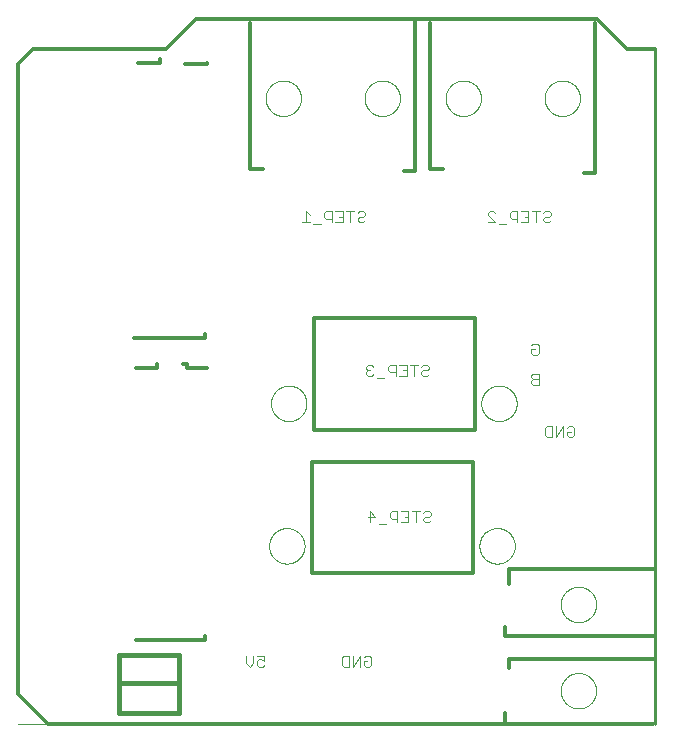
<source format=gbo>
G75*
%MOIN*%
%OFA0B0*%
%FSLAX25Y25*%
%IPPOS*%
%LPD*%
%AMOC8*
5,1,8,0,0,1.08239X$1,22.5*
%
%ADD10C,0.00000*%
%ADD11C,0.01000*%
%ADD12C,0.01600*%
%ADD13C,0.01200*%
%ADD14C,0.00300*%
D10*
X0005000Y0005000D02*
X0015000Y0005000D01*
X0208701Y0005000D01*
X0185959Y0016250D02*
X0185961Y0016403D01*
X0185967Y0016557D01*
X0185977Y0016710D01*
X0185991Y0016862D01*
X0186009Y0017015D01*
X0186031Y0017166D01*
X0186056Y0017317D01*
X0186086Y0017468D01*
X0186120Y0017618D01*
X0186157Y0017766D01*
X0186198Y0017914D01*
X0186243Y0018060D01*
X0186292Y0018206D01*
X0186345Y0018350D01*
X0186401Y0018492D01*
X0186461Y0018633D01*
X0186525Y0018773D01*
X0186592Y0018911D01*
X0186663Y0019047D01*
X0186738Y0019181D01*
X0186815Y0019313D01*
X0186897Y0019443D01*
X0186981Y0019571D01*
X0187069Y0019697D01*
X0187160Y0019820D01*
X0187254Y0019941D01*
X0187352Y0020059D01*
X0187452Y0020175D01*
X0187556Y0020288D01*
X0187662Y0020399D01*
X0187771Y0020507D01*
X0187883Y0020612D01*
X0187997Y0020713D01*
X0188115Y0020812D01*
X0188234Y0020908D01*
X0188356Y0021001D01*
X0188481Y0021090D01*
X0188608Y0021177D01*
X0188737Y0021259D01*
X0188868Y0021339D01*
X0189001Y0021415D01*
X0189136Y0021488D01*
X0189273Y0021557D01*
X0189412Y0021622D01*
X0189552Y0021684D01*
X0189694Y0021742D01*
X0189837Y0021797D01*
X0189982Y0021848D01*
X0190128Y0021895D01*
X0190275Y0021938D01*
X0190423Y0021977D01*
X0190572Y0022013D01*
X0190722Y0022044D01*
X0190873Y0022072D01*
X0191024Y0022096D01*
X0191177Y0022116D01*
X0191329Y0022132D01*
X0191482Y0022144D01*
X0191635Y0022152D01*
X0191788Y0022156D01*
X0191942Y0022156D01*
X0192095Y0022152D01*
X0192248Y0022144D01*
X0192401Y0022132D01*
X0192553Y0022116D01*
X0192706Y0022096D01*
X0192857Y0022072D01*
X0193008Y0022044D01*
X0193158Y0022013D01*
X0193307Y0021977D01*
X0193455Y0021938D01*
X0193602Y0021895D01*
X0193748Y0021848D01*
X0193893Y0021797D01*
X0194036Y0021742D01*
X0194178Y0021684D01*
X0194318Y0021622D01*
X0194457Y0021557D01*
X0194594Y0021488D01*
X0194729Y0021415D01*
X0194862Y0021339D01*
X0194993Y0021259D01*
X0195122Y0021177D01*
X0195249Y0021090D01*
X0195374Y0021001D01*
X0195496Y0020908D01*
X0195615Y0020812D01*
X0195733Y0020713D01*
X0195847Y0020612D01*
X0195959Y0020507D01*
X0196068Y0020399D01*
X0196174Y0020288D01*
X0196278Y0020175D01*
X0196378Y0020059D01*
X0196476Y0019941D01*
X0196570Y0019820D01*
X0196661Y0019697D01*
X0196749Y0019571D01*
X0196833Y0019443D01*
X0196915Y0019313D01*
X0196992Y0019181D01*
X0197067Y0019047D01*
X0197138Y0018911D01*
X0197205Y0018773D01*
X0197269Y0018633D01*
X0197329Y0018492D01*
X0197385Y0018350D01*
X0197438Y0018206D01*
X0197487Y0018060D01*
X0197532Y0017914D01*
X0197573Y0017766D01*
X0197610Y0017618D01*
X0197644Y0017468D01*
X0197674Y0017317D01*
X0197699Y0017166D01*
X0197721Y0017015D01*
X0197739Y0016862D01*
X0197753Y0016710D01*
X0197763Y0016557D01*
X0197769Y0016403D01*
X0197771Y0016250D01*
X0197769Y0016097D01*
X0197763Y0015943D01*
X0197753Y0015790D01*
X0197739Y0015638D01*
X0197721Y0015485D01*
X0197699Y0015334D01*
X0197674Y0015183D01*
X0197644Y0015032D01*
X0197610Y0014882D01*
X0197573Y0014734D01*
X0197532Y0014586D01*
X0197487Y0014440D01*
X0197438Y0014294D01*
X0197385Y0014150D01*
X0197329Y0014008D01*
X0197269Y0013867D01*
X0197205Y0013727D01*
X0197138Y0013589D01*
X0197067Y0013453D01*
X0196992Y0013319D01*
X0196915Y0013187D01*
X0196833Y0013057D01*
X0196749Y0012929D01*
X0196661Y0012803D01*
X0196570Y0012680D01*
X0196476Y0012559D01*
X0196378Y0012441D01*
X0196278Y0012325D01*
X0196174Y0012212D01*
X0196068Y0012101D01*
X0195959Y0011993D01*
X0195847Y0011888D01*
X0195733Y0011787D01*
X0195615Y0011688D01*
X0195496Y0011592D01*
X0195374Y0011499D01*
X0195249Y0011410D01*
X0195122Y0011323D01*
X0194993Y0011241D01*
X0194862Y0011161D01*
X0194729Y0011085D01*
X0194594Y0011012D01*
X0194457Y0010943D01*
X0194318Y0010878D01*
X0194178Y0010816D01*
X0194036Y0010758D01*
X0193893Y0010703D01*
X0193748Y0010652D01*
X0193602Y0010605D01*
X0193455Y0010562D01*
X0193307Y0010523D01*
X0193158Y0010487D01*
X0193008Y0010456D01*
X0192857Y0010428D01*
X0192706Y0010404D01*
X0192553Y0010384D01*
X0192401Y0010368D01*
X0192248Y0010356D01*
X0192095Y0010348D01*
X0191942Y0010344D01*
X0191788Y0010344D01*
X0191635Y0010348D01*
X0191482Y0010356D01*
X0191329Y0010368D01*
X0191177Y0010384D01*
X0191024Y0010404D01*
X0190873Y0010428D01*
X0190722Y0010456D01*
X0190572Y0010487D01*
X0190423Y0010523D01*
X0190275Y0010562D01*
X0190128Y0010605D01*
X0189982Y0010652D01*
X0189837Y0010703D01*
X0189694Y0010758D01*
X0189552Y0010816D01*
X0189412Y0010878D01*
X0189273Y0010943D01*
X0189136Y0011012D01*
X0189001Y0011085D01*
X0188868Y0011161D01*
X0188737Y0011241D01*
X0188608Y0011323D01*
X0188481Y0011410D01*
X0188356Y0011499D01*
X0188234Y0011592D01*
X0188115Y0011688D01*
X0187997Y0011787D01*
X0187883Y0011888D01*
X0187771Y0011993D01*
X0187662Y0012101D01*
X0187556Y0012212D01*
X0187452Y0012325D01*
X0187352Y0012441D01*
X0187254Y0012559D01*
X0187160Y0012680D01*
X0187069Y0012803D01*
X0186981Y0012929D01*
X0186897Y0013057D01*
X0186815Y0013187D01*
X0186738Y0013319D01*
X0186663Y0013453D01*
X0186592Y0013589D01*
X0186525Y0013727D01*
X0186461Y0013867D01*
X0186401Y0014008D01*
X0186345Y0014150D01*
X0186292Y0014294D01*
X0186243Y0014440D01*
X0186198Y0014586D01*
X0186157Y0014734D01*
X0186120Y0014882D01*
X0186086Y0015032D01*
X0186056Y0015183D01*
X0186031Y0015334D01*
X0186009Y0015485D01*
X0185991Y0015638D01*
X0185977Y0015790D01*
X0185967Y0015943D01*
X0185961Y0016097D01*
X0185959Y0016250D01*
X0185959Y0045000D02*
X0185961Y0045153D01*
X0185967Y0045307D01*
X0185977Y0045460D01*
X0185991Y0045612D01*
X0186009Y0045765D01*
X0186031Y0045916D01*
X0186056Y0046067D01*
X0186086Y0046218D01*
X0186120Y0046368D01*
X0186157Y0046516D01*
X0186198Y0046664D01*
X0186243Y0046810D01*
X0186292Y0046956D01*
X0186345Y0047100D01*
X0186401Y0047242D01*
X0186461Y0047383D01*
X0186525Y0047523D01*
X0186592Y0047661D01*
X0186663Y0047797D01*
X0186738Y0047931D01*
X0186815Y0048063D01*
X0186897Y0048193D01*
X0186981Y0048321D01*
X0187069Y0048447D01*
X0187160Y0048570D01*
X0187254Y0048691D01*
X0187352Y0048809D01*
X0187452Y0048925D01*
X0187556Y0049038D01*
X0187662Y0049149D01*
X0187771Y0049257D01*
X0187883Y0049362D01*
X0187997Y0049463D01*
X0188115Y0049562D01*
X0188234Y0049658D01*
X0188356Y0049751D01*
X0188481Y0049840D01*
X0188608Y0049927D01*
X0188737Y0050009D01*
X0188868Y0050089D01*
X0189001Y0050165D01*
X0189136Y0050238D01*
X0189273Y0050307D01*
X0189412Y0050372D01*
X0189552Y0050434D01*
X0189694Y0050492D01*
X0189837Y0050547D01*
X0189982Y0050598D01*
X0190128Y0050645D01*
X0190275Y0050688D01*
X0190423Y0050727D01*
X0190572Y0050763D01*
X0190722Y0050794D01*
X0190873Y0050822D01*
X0191024Y0050846D01*
X0191177Y0050866D01*
X0191329Y0050882D01*
X0191482Y0050894D01*
X0191635Y0050902D01*
X0191788Y0050906D01*
X0191942Y0050906D01*
X0192095Y0050902D01*
X0192248Y0050894D01*
X0192401Y0050882D01*
X0192553Y0050866D01*
X0192706Y0050846D01*
X0192857Y0050822D01*
X0193008Y0050794D01*
X0193158Y0050763D01*
X0193307Y0050727D01*
X0193455Y0050688D01*
X0193602Y0050645D01*
X0193748Y0050598D01*
X0193893Y0050547D01*
X0194036Y0050492D01*
X0194178Y0050434D01*
X0194318Y0050372D01*
X0194457Y0050307D01*
X0194594Y0050238D01*
X0194729Y0050165D01*
X0194862Y0050089D01*
X0194993Y0050009D01*
X0195122Y0049927D01*
X0195249Y0049840D01*
X0195374Y0049751D01*
X0195496Y0049658D01*
X0195615Y0049562D01*
X0195733Y0049463D01*
X0195847Y0049362D01*
X0195959Y0049257D01*
X0196068Y0049149D01*
X0196174Y0049038D01*
X0196278Y0048925D01*
X0196378Y0048809D01*
X0196476Y0048691D01*
X0196570Y0048570D01*
X0196661Y0048447D01*
X0196749Y0048321D01*
X0196833Y0048193D01*
X0196915Y0048063D01*
X0196992Y0047931D01*
X0197067Y0047797D01*
X0197138Y0047661D01*
X0197205Y0047523D01*
X0197269Y0047383D01*
X0197329Y0047242D01*
X0197385Y0047100D01*
X0197438Y0046956D01*
X0197487Y0046810D01*
X0197532Y0046664D01*
X0197573Y0046516D01*
X0197610Y0046368D01*
X0197644Y0046218D01*
X0197674Y0046067D01*
X0197699Y0045916D01*
X0197721Y0045765D01*
X0197739Y0045612D01*
X0197753Y0045460D01*
X0197763Y0045307D01*
X0197769Y0045153D01*
X0197771Y0045000D01*
X0197769Y0044847D01*
X0197763Y0044693D01*
X0197753Y0044540D01*
X0197739Y0044388D01*
X0197721Y0044235D01*
X0197699Y0044084D01*
X0197674Y0043933D01*
X0197644Y0043782D01*
X0197610Y0043632D01*
X0197573Y0043484D01*
X0197532Y0043336D01*
X0197487Y0043190D01*
X0197438Y0043044D01*
X0197385Y0042900D01*
X0197329Y0042758D01*
X0197269Y0042617D01*
X0197205Y0042477D01*
X0197138Y0042339D01*
X0197067Y0042203D01*
X0196992Y0042069D01*
X0196915Y0041937D01*
X0196833Y0041807D01*
X0196749Y0041679D01*
X0196661Y0041553D01*
X0196570Y0041430D01*
X0196476Y0041309D01*
X0196378Y0041191D01*
X0196278Y0041075D01*
X0196174Y0040962D01*
X0196068Y0040851D01*
X0195959Y0040743D01*
X0195847Y0040638D01*
X0195733Y0040537D01*
X0195615Y0040438D01*
X0195496Y0040342D01*
X0195374Y0040249D01*
X0195249Y0040160D01*
X0195122Y0040073D01*
X0194993Y0039991D01*
X0194862Y0039911D01*
X0194729Y0039835D01*
X0194594Y0039762D01*
X0194457Y0039693D01*
X0194318Y0039628D01*
X0194178Y0039566D01*
X0194036Y0039508D01*
X0193893Y0039453D01*
X0193748Y0039402D01*
X0193602Y0039355D01*
X0193455Y0039312D01*
X0193307Y0039273D01*
X0193158Y0039237D01*
X0193008Y0039206D01*
X0192857Y0039178D01*
X0192706Y0039154D01*
X0192553Y0039134D01*
X0192401Y0039118D01*
X0192248Y0039106D01*
X0192095Y0039098D01*
X0191942Y0039094D01*
X0191788Y0039094D01*
X0191635Y0039098D01*
X0191482Y0039106D01*
X0191329Y0039118D01*
X0191177Y0039134D01*
X0191024Y0039154D01*
X0190873Y0039178D01*
X0190722Y0039206D01*
X0190572Y0039237D01*
X0190423Y0039273D01*
X0190275Y0039312D01*
X0190128Y0039355D01*
X0189982Y0039402D01*
X0189837Y0039453D01*
X0189694Y0039508D01*
X0189552Y0039566D01*
X0189412Y0039628D01*
X0189273Y0039693D01*
X0189136Y0039762D01*
X0189001Y0039835D01*
X0188868Y0039911D01*
X0188737Y0039991D01*
X0188608Y0040073D01*
X0188481Y0040160D01*
X0188356Y0040249D01*
X0188234Y0040342D01*
X0188115Y0040438D01*
X0187997Y0040537D01*
X0187883Y0040638D01*
X0187771Y0040743D01*
X0187662Y0040851D01*
X0187556Y0040962D01*
X0187452Y0041075D01*
X0187352Y0041191D01*
X0187254Y0041309D01*
X0187160Y0041430D01*
X0187069Y0041553D01*
X0186981Y0041679D01*
X0186897Y0041807D01*
X0186815Y0041937D01*
X0186738Y0042069D01*
X0186663Y0042203D01*
X0186592Y0042339D01*
X0186525Y0042477D01*
X0186461Y0042617D01*
X0186401Y0042758D01*
X0186345Y0042900D01*
X0186292Y0043044D01*
X0186243Y0043190D01*
X0186198Y0043336D01*
X0186157Y0043484D01*
X0186120Y0043632D01*
X0186086Y0043782D01*
X0186056Y0043933D01*
X0186031Y0044084D01*
X0186009Y0044235D01*
X0185991Y0044388D01*
X0185977Y0044540D01*
X0185967Y0044693D01*
X0185961Y0044847D01*
X0185959Y0045000D01*
X0158848Y0064532D02*
X0158850Y0064685D01*
X0158856Y0064839D01*
X0158866Y0064992D01*
X0158880Y0065144D01*
X0158898Y0065297D01*
X0158920Y0065448D01*
X0158945Y0065599D01*
X0158975Y0065750D01*
X0159009Y0065900D01*
X0159046Y0066048D01*
X0159087Y0066196D01*
X0159132Y0066342D01*
X0159181Y0066488D01*
X0159234Y0066632D01*
X0159290Y0066774D01*
X0159350Y0066915D01*
X0159414Y0067055D01*
X0159481Y0067193D01*
X0159552Y0067329D01*
X0159627Y0067463D01*
X0159704Y0067595D01*
X0159786Y0067725D01*
X0159870Y0067853D01*
X0159958Y0067979D01*
X0160049Y0068102D01*
X0160143Y0068223D01*
X0160241Y0068341D01*
X0160341Y0068457D01*
X0160445Y0068570D01*
X0160551Y0068681D01*
X0160660Y0068789D01*
X0160772Y0068894D01*
X0160886Y0068995D01*
X0161004Y0069094D01*
X0161123Y0069190D01*
X0161245Y0069283D01*
X0161370Y0069372D01*
X0161497Y0069459D01*
X0161626Y0069541D01*
X0161757Y0069621D01*
X0161890Y0069697D01*
X0162025Y0069770D01*
X0162162Y0069839D01*
X0162301Y0069904D01*
X0162441Y0069966D01*
X0162583Y0070024D01*
X0162726Y0070079D01*
X0162871Y0070130D01*
X0163017Y0070177D01*
X0163164Y0070220D01*
X0163312Y0070259D01*
X0163461Y0070295D01*
X0163611Y0070326D01*
X0163762Y0070354D01*
X0163913Y0070378D01*
X0164066Y0070398D01*
X0164218Y0070414D01*
X0164371Y0070426D01*
X0164524Y0070434D01*
X0164677Y0070438D01*
X0164831Y0070438D01*
X0164984Y0070434D01*
X0165137Y0070426D01*
X0165290Y0070414D01*
X0165442Y0070398D01*
X0165595Y0070378D01*
X0165746Y0070354D01*
X0165897Y0070326D01*
X0166047Y0070295D01*
X0166196Y0070259D01*
X0166344Y0070220D01*
X0166491Y0070177D01*
X0166637Y0070130D01*
X0166782Y0070079D01*
X0166925Y0070024D01*
X0167067Y0069966D01*
X0167207Y0069904D01*
X0167346Y0069839D01*
X0167483Y0069770D01*
X0167618Y0069697D01*
X0167751Y0069621D01*
X0167882Y0069541D01*
X0168011Y0069459D01*
X0168138Y0069372D01*
X0168263Y0069283D01*
X0168385Y0069190D01*
X0168504Y0069094D01*
X0168622Y0068995D01*
X0168736Y0068894D01*
X0168848Y0068789D01*
X0168957Y0068681D01*
X0169063Y0068570D01*
X0169167Y0068457D01*
X0169267Y0068341D01*
X0169365Y0068223D01*
X0169459Y0068102D01*
X0169550Y0067979D01*
X0169638Y0067853D01*
X0169722Y0067725D01*
X0169804Y0067595D01*
X0169881Y0067463D01*
X0169956Y0067329D01*
X0170027Y0067193D01*
X0170094Y0067055D01*
X0170158Y0066915D01*
X0170218Y0066774D01*
X0170274Y0066632D01*
X0170327Y0066488D01*
X0170376Y0066342D01*
X0170421Y0066196D01*
X0170462Y0066048D01*
X0170499Y0065900D01*
X0170533Y0065750D01*
X0170563Y0065599D01*
X0170588Y0065448D01*
X0170610Y0065297D01*
X0170628Y0065144D01*
X0170642Y0064992D01*
X0170652Y0064839D01*
X0170658Y0064685D01*
X0170660Y0064532D01*
X0170658Y0064379D01*
X0170652Y0064225D01*
X0170642Y0064072D01*
X0170628Y0063920D01*
X0170610Y0063767D01*
X0170588Y0063616D01*
X0170563Y0063465D01*
X0170533Y0063314D01*
X0170499Y0063164D01*
X0170462Y0063016D01*
X0170421Y0062868D01*
X0170376Y0062722D01*
X0170327Y0062576D01*
X0170274Y0062432D01*
X0170218Y0062290D01*
X0170158Y0062149D01*
X0170094Y0062009D01*
X0170027Y0061871D01*
X0169956Y0061735D01*
X0169881Y0061601D01*
X0169804Y0061469D01*
X0169722Y0061339D01*
X0169638Y0061211D01*
X0169550Y0061085D01*
X0169459Y0060962D01*
X0169365Y0060841D01*
X0169267Y0060723D01*
X0169167Y0060607D01*
X0169063Y0060494D01*
X0168957Y0060383D01*
X0168848Y0060275D01*
X0168736Y0060170D01*
X0168622Y0060069D01*
X0168504Y0059970D01*
X0168385Y0059874D01*
X0168263Y0059781D01*
X0168138Y0059692D01*
X0168011Y0059605D01*
X0167882Y0059523D01*
X0167751Y0059443D01*
X0167618Y0059367D01*
X0167483Y0059294D01*
X0167346Y0059225D01*
X0167207Y0059160D01*
X0167067Y0059098D01*
X0166925Y0059040D01*
X0166782Y0058985D01*
X0166637Y0058934D01*
X0166491Y0058887D01*
X0166344Y0058844D01*
X0166196Y0058805D01*
X0166047Y0058769D01*
X0165897Y0058738D01*
X0165746Y0058710D01*
X0165595Y0058686D01*
X0165442Y0058666D01*
X0165290Y0058650D01*
X0165137Y0058638D01*
X0164984Y0058630D01*
X0164831Y0058626D01*
X0164677Y0058626D01*
X0164524Y0058630D01*
X0164371Y0058638D01*
X0164218Y0058650D01*
X0164066Y0058666D01*
X0163913Y0058686D01*
X0163762Y0058710D01*
X0163611Y0058738D01*
X0163461Y0058769D01*
X0163312Y0058805D01*
X0163164Y0058844D01*
X0163017Y0058887D01*
X0162871Y0058934D01*
X0162726Y0058985D01*
X0162583Y0059040D01*
X0162441Y0059098D01*
X0162301Y0059160D01*
X0162162Y0059225D01*
X0162025Y0059294D01*
X0161890Y0059367D01*
X0161757Y0059443D01*
X0161626Y0059523D01*
X0161497Y0059605D01*
X0161370Y0059692D01*
X0161245Y0059781D01*
X0161123Y0059874D01*
X0161004Y0059970D01*
X0160886Y0060069D01*
X0160772Y0060170D01*
X0160660Y0060275D01*
X0160551Y0060383D01*
X0160445Y0060494D01*
X0160341Y0060607D01*
X0160241Y0060723D01*
X0160143Y0060841D01*
X0160049Y0060962D01*
X0159958Y0061085D01*
X0159870Y0061211D01*
X0159786Y0061339D01*
X0159704Y0061469D01*
X0159627Y0061601D01*
X0159552Y0061735D01*
X0159481Y0061871D01*
X0159414Y0062009D01*
X0159350Y0062149D01*
X0159290Y0062290D01*
X0159234Y0062432D01*
X0159181Y0062576D01*
X0159132Y0062722D01*
X0159087Y0062868D01*
X0159046Y0063016D01*
X0159009Y0063164D01*
X0158975Y0063314D01*
X0158945Y0063465D01*
X0158920Y0063616D01*
X0158898Y0063767D01*
X0158880Y0063920D01*
X0158866Y0064072D01*
X0158856Y0064225D01*
X0158850Y0064379D01*
X0158848Y0064532D01*
X0159473Y0112032D02*
X0159475Y0112185D01*
X0159481Y0112339D01*
X0159491Y0112492D01*
X0159505Y0112644D01*
X0159523Y0112797D01*
X0159545Y0112948D01*
X0159570Y0113099D01*
X0159600Y0113250D01*
X0159634Y0113400D01*
X0159671Y0113548D01*
X0159712Y0113696D01*
X0159757Y0113842D01*
X0159806Y0113988D01*
X0159859Y0114132D01*
X0159915Y0114274D01*
X0159975Y0114415D01*
X0160039Y0114555D01*
X0160106Y0114693D01*
X0160177Y0114829D01*
X0160252Y0114963D01*
X0160329Y0115095D01*
X0160411Y0115225D01*
X0160495Y0115353D01*
X0160583Y0115479D01*
X0160674Y0115602D01*
X0160768Y0115723D01*
X0160866Y0115841D01*
X0160966Y0115957D01*
X0161070Y0116070D01*
X0161176Y0116181D01*
X0161285Y0116289D01*
X0161397Y0116394D01*
X0161511Y0116495D01*
X0161629Y0116594D01*
X0161748Y0116690D01*
X0161870Y0116783D01*
X0161995Y0116872D01*
X0162122Y0116959D01*
X0162251Y0117041D01*
X0162382Y0117121D01*
X0162515Y0117197D01*
X0162650Y0117270D01*
X0162787Y0117339D01*
X0162926Y0117404D01*
X0163066Y0117466D01*
X0163208Y0117524D01*
X0163351Y0117579D01*
X0163496Y0117630D01*
X0163642Y0117677D01*
X0163789Y0117720D01*
X0163937Y0117759D01*
X0164086Y0117795D01*
X0164236Y0117826D01*
X0164387Y0117854D01*
X0164538Y0117878D01*
X0164691Y0117898D01*
X0164843Y0117914D01*
X0164996Y0117926D01*
X0165149Y0117934D01*
X0165302Y0117938D01*
X0165456Y0117938D01*
X0165609Y0117934D01*
X0165762Y0117926D01*
X0165915Y0117914D01*
X0166067Y0117898D01*
X0166220Y0117878D01*
X0166371Y0117854D01*
X0166522Y0117826D01*
X0166672Y0117795D01*
X0166821Y0117759D01*
X0166969Y0117720D01*
X0167116Y0117677D01*
X0167262Y0117630D01*
X0167407Y0117579D01*
X0167550Y0117524D01*
X0167692Y0117466D01*
X0167832Y0117404D01*
X0167971Y0117339D01*
X0168108Y0117270D01*
X0168243Y0117197D01*
X0168376Y0117121D01*
X0168507Y0117041D01*
X0168636Y0116959D01*
X0168763Y0116872D01*
X0168888Y0116783D01*
X0169010Y0116690D01*
X0169129Y0116594D01*
X0169247Y0116495D01*
X0169361Y0116394D01*
X0169473Y0116289D01*
X0169582Y0116181D01*
X0169688Y0116070D01*
X0169792Y0115957D01*
X0169892Y0115841D01*
X0169990Y0115723D01*
X0170084Y0115602D01*
X0170175Y0115479D01*
X0170263Y0115353D01*
X0170347Y0115225D01*
X0170429Y0115095D01*
X0170506Y0114963D01*
X0170581Y0114829D01*
X0170652Y0114693D01*
X0170719Y0114555D01*
X0170783Y0114415D01*
X0170843Y0114274D01*
X0170899Y0114132D01*
X0170952Y0113988D01*
X0171001Y0113842D01*
X0171046Y0113696D01*
X0171087Y0113548D01*
X0171124Y0113400D01*
X0171158Y0113250D01*
X0171188Y0113099D01*
X0171213Y0112948D01*
X0171235Y0112797D01*
X0171253Y0112644D01*
X0171267Y0112492D01*
X0171277Y0112339D01*
X0171283Y0112185D01*
X0171285Y0112032D01*
X0171283Y0111879D01*
X0171277Y0111725D01*
X0171267Y0111572D01*
X0171253Y0111420D01*
X0171235Y0111267D01*
X0171213Y0111116D01*
X0171188Y0110965D01*
X0171158Y0110814D01*
X0171124Y0110664D01*
X0171087Y0110516D01*
X0171046Y0110368D01*
X0171001Y0110222D01*
X0170952Y0110076D01*
X0170899Y0109932D01*
X0170843Y0109790D01*
X0170783Y0109649D01*
X0170719Y0109509D01*
X0170652Y0109371D01*
X0170581Y0109235D01*
X0170506Y0109101D01*
X0170429Y0108969D01*
X0170347Y0108839D01*
X0170263Y0108711D01*
X0170175Y0108585D01*
X0170084Y0108462D01*
X0169990Y0108341D01*
X0169892Y0108223D01*
X0169792Y0108107D01*
X0169688Y0107994D01*
X0169582Y0107883D01*
X0169473Y0107775D01*
X0169361Y0107670D01*
X0169247Y0107569D01*
X0169129Y0107470D01*
X0169010Y0107374D01*
X0168888Y0107281D01*
X0168763Y0107192D01*
X0168636Y0107105D01*
X0168507Y0107023D01*
X0168376Y0106943D01*
X0168243Y0106867D01*
X0168108Y0106794D01*
X0167971Y0106725D01*
X0167832Y0106660D01*
X0167692Y0106598D01*
X0167550Y0106540D01*
X0167407Y0106485D01*
X0167262Y0106434D01*
X0167116Y0106387D01*
X0166969Y0106344D01*
X0166821Y0106305D01*
X0166672Y0106269D01*
X0166522Y0106238D01*
X0166371Y0106210D01*
X0166220Y0106186D01*
X0166067Y0106166D01*
X0165915Y0106150D01*
X0165762Y0106138D01*
X0165609Y0106130D01*
X0165456Y0106126D01*
X0165302Y0106126D01*
X0165149Y0106130D01*
X0164996Y0106138D01*
X0164843Y0106150D01*
X0164691Y0106166D01*
X0164538Y0106186D01*
X0164387Y0106210D01*
X0164236Y0106238D01*
X0164086Y0106269D01*
X0163937Y0106305D01*
X0163789Y0106344D01*
X0163642Y0106387D01*
X0163496Y0106434D01*
X0163351Y0106485D01*
X0163208Y0106540D01*
X0163066Y0106598D01*
X0162926Y0106660D01*
X0162787Y0106725D01*
X0162650Y0106794D01*
X0162515Y0106867D01*
X0162382Y0106943D01*
X0162251Y0107023D01*
X0162122Y0107105D01*
X0161995Y0107192D01*
X0161870Y0107281D01*
X0161748Y0107374D01*
X0161629Y0107470D01*
X0161511Y0107569D01*
X0161397Y0107670D01*
X0161285Y0107775D01*
X0161176Y0107883D01*
X0161070Y0107994D01*
X0160966Y0108107D01*
X0160866Y0108223D01*
X0160768Y0108341D01*
X0160674Y0108462D01*
X0160583Y0108585D01*
X0160495Y0108711D01*
X0160411Y0108839D01*
X0160329Y0108969D01*
X0160252Y0109101D01*
X0160177Y0109235D01*
X0160106Y0109371D01*
X0160039Y0109509D01*
X0159975Y0109649D01*
X0159915Y0109790D01*
X0159859Y0109932D01*
X0159806Y0110076D01*
X0159757Y0110222D01*
X0159712Y0110368D01*
X0159671Y0110516D01*
X0159634Y0110664D01*
X0159600Y0110814D01*
X0159570Y0110965D01*
X0159545Y0111116D01*
X0159523Y0111267D01*
X0159505Y0111420D01*
X0159491Y0111572D01*
X0159481Y0111725D01*
X0159475Y0111879D01*
X0159473Y0112032D01*
X0089394Y0112032D02*
X0089396Y0112185D01*
X0089402Y0112339D01*
X0089412Y0112492D01*
X0089426Y0112644D01*
X0089444Y0112797D01*
X0089466Y0112948D01*
X0089491Y0113099D01*
X0089521Y0113250D01*
X0089555Y0113400D01*
X0089592Y0113548D01*
X0089633Y0113696D01*
X0089678Y0113842D01*
X0089727Y0113988D01*
X0089780Y0114132D01*
X0089836Y0114274D01*
X0089896Y0114415D01*
X0089960Y0114555D01*
X0090027Y0114693D01*
X0090098Y0114829D01*
X0090173Y0114963D01*
X0090250Y0115095D01*
X0090332Y0115225D01*
X0090416Y0115353D01*
X0090504Y0115479D01*
X0090595Y0115602D01*
X0090689Y0115723D01*
X0090787Y0115841D01*
X0090887Y0115957D01*
X0090991Y0116070D01*
X0091097Y0116181D01*
X0091206Y0116289D01*
X0091318Y0116394D01*
X0091432Y0116495D01*
X0091550Y0116594D01*
X0091669Y0116690D01*
X0091791Y0116783D01*
X0091916Y0116872D01*
X0092043Y0116959D01*
X0092172Y0117041D01*
X0092303Y0117121D01*
X0092436Y0117197D01*
X0092571Y0117270D01*
X0092708Y0117339D01*
X0092847Y0117404D01*
X0092987Y0117466D01*
X0093129Y0117524D01*
X0093272Y0117579D01*
X0093417Y0117630D01*
X0093563Y0117677D01*
X0093710Y0117720D01*
X0093858Y0117759D01*
X0094007Y0117795D01*
X0094157Y0117826D01*
X0094308Y0117854D01*
X0094459Y0117878D01*
X0094612Y0117898D01*
X0094764Y0117914D01*
X0094917Y0117926D01*
X0095070Y0117934D01*
X0095223Y0117938D01*
X0095377Y0117938D01*
X0095530Y0117934D01*
X0095683Y0117926D01*
X0095836Y0117914D01*
X0095988Y0117898D01*
X0096141Y0117878D01*
X0096292Y0117854D01*
X0096443Y0117826D01*
X0096593Y0117795D01*
X0096742Y0117759D01*
X0096890Y0117720D01*
X0097037Y0117677D01*
X0097183Y0117630D01*
X0097328Y0117579D01*
X0097471Y0117524D01*
X0097613Y0117466D01*
X0097753Y0117404D01*
X0097892Y0117339D01*
X0098029Y0117270D01*
X0098164Y0117197D01*
X0098297Y0117121D01*
X0098428Y0117041D01*
X0098557Y0116959D01*
X0098684Y0116872D01*
X0098809Y0116783D01*
X0098931Y0116690D01*
X0099050Y0116594D01*
X0099168Y0116495D01*
X0099282Y0116394D01*
X0099394Y0116289D01*
X0099503Y0116181D01*
X0099609Y0116070D01*
X0099713Y0115957D01*
X0099813Y0115841D01*
X0099911Y0115723D01*
X0100005Y0115602D01*
X0100096Y0115479D01*
X0100184Y0115353D01*
X0100268Y0115225D01*
X0100350Y0115095D01*
X0100427Y0114963D01*
X0100502Y0114829D01*
X0100573Y0114693D01*
X0100640Y0114555D01*
X0100704Y0114415D01*
X0100764Y0114274D01*
X0100820Y0114132D01*
X0100873Y0113988D01*
X0100922Y0113842D01*
X0100967Y0113696D01*
X0101008Y0113548D01*
X0101045Y0113400D01*
X0101079Y0113250D01*
X0101109Y0113099D01*
X0101134Y0112948D01*
X0101156Y0112797D01*
X0101174Y0112644D01*
X0101188Y0112492D01*
X0101198Y0112339D01*
X0101204Y0112185D01*
X0101206Y0112032D01*
X0101204Y0111879D01*
X0101198Y0111725D01*
X0101188Y0111572D01*
X0101174Y0111420D01*
X0101156Y0111267D01*
X0101134Y0111116D01*
X0101109Y0110965D01*
X0101079Y0110814D01*
X0101045Y0110664D01*
X0101008Y0110516D01*
X0100967Y0110368D01*
X0100922Y0110222D01*
X0100873Y0110076D01*
X0100820Y0109932D01*
X0100764Y0109790D01*
X0100704Y0109649D01*
X0100640Y0109509D01*
X0100573Y0109371D01*
X0100502Y0109235D01*
X0100427Y0109101D01*
X0100350Y0108969D01*
X0100268Y0108839D01*
X0100184Y0108711D01*
X0100096Y0108585D01*
X0100005Y0108462D01*
X0099911Y0108341D01*
X0099813Y0108223D01*
X0099713Y0108107D01*
X0099609Y0107994D01*
X0099503Y0107883D01*
X0099394Y0107775D01*
X0099282Y0107670D01*
X0099168Y0107569D01*
X0099050Y0107470D01*
X0098931Y0107374D01*
X0098809Y0107281D01*
X0098684Y0107192D01*
X0098557Y0107105D01*
X0098428Y0107023D01*
X0098297Y0106943D01*
X0098164Y0106867D01*
X0098029Y0106794D01*
X0097892Y0106725D01*
X0097753Y0106660D01*
X0097613Y0106598D01*
X0097471Y0106540D01*
X0097328Y0106485D01*
X0097183Y0106434D01*
X0097037Y0106387D01*
X0096890Y0106344D01*
X0096742Y0106305D01*
X0096593Y0106269D01*
X0096443Y0106238D01*
X0096292Y0106210D01*
X0096141Y0106186D01*
X0095988Y0106166D01*
X0095836Y0106150D01*
X0095683Y0106138D01*
X0095530Y0106130D01*
X0095377Y0106126D01*
X0095223Y0106126D01*
X0095070Y0106130D01*
X0094917Y0106138D01*
X0094764Y0106150D01*
X0094612Y0106166D01*
X0094459Y0106186D01*
X0094308Y0106210D01*
X0094157Y0106238D01*
X0094007Y0106269D01*
X0093858Y0106305D01*
X0093710Y0106344D01*
X0093563Y0106387D01*
X0093417Y0106434D01*
X0093272Y0106485D01*
X0093129Y0106540D01*
X0092987Y0106598D01*
X0092847Y0106660D01*
X0092708Y0106725D01*
X0092571Y0106794D01*
X0092436Y0106867D01*
X0092303Y0106943D01*
X0092172Y0107023D01*
X0092043Y0107105D01*
X0091916Y0107192D01*
X0091791Y0107281D01*
X0091669Y0107374D01*
X0091550Y0107470D01*
X0091432Y0107569D01*
X0091318Y0107670D01*
X0091206Y0107775D01*
X0091097Y0107883D01*
X0090991Y0107994D01*
X0090887Y0108107D01*
X0090787Y0108223D01*
X0090689Y0108341D01*
X0090595Y0108462D01*
X0090504Y0108585D01*
X0090416Y0108711D01*
X0090332Y0108839D01*
X0090250Y0108969D01*
X0090173Y0109101D01*
X0090098Y0109235D01*
X0090027Y0109371D01*
X0089960Y0109509D01*
X0089896Y0109649D01*
X0089836Y0109790D01*
X0089780Y0109932D01*
X0089727Y0110076D01*
X0089678Y0110222D01*
X0089633Y0110368D01*
X0089592Y0110516D01*
X0089555Y0110664D01*
X0089521Y0110814D01*
X0089491Y0110965D01*
X0089466Y0111116D01*
X0089444Y0111267D01*
X0089426Y0111420D01*
X0089412Y0111572D01*
X0089402Y0111725D01*
X0089396Y0111879D01*
X0089394Y0112032D01*
X0088769Y0064532D02*
X0088771Y0064685D01*
X0088777Y0064839D01*
X0088787Y0064992D01*
X0088801Y0065144D01*
X0088819Y0065297D01*
X0088841Y0065448D01*
X0088866Y0065599D01*
X0088896Y0065750D01*
X0088930Y0065900D01*
X0088967Y0066048D01*
X0089008Y0066196D01*
X0089053Y0066342D01*
X0089102Y0066488D01*
X0089155Y0066632D01*
X0089211Y0066774D01*
X0089271Y0066915D01*
X0089335Y0067055D01*
X0089402Y0067193D01*
X0089473Y0067329D01*
X0089548Y0067463D01*
X0089625Y0067595D01*
X0089707Y0067725D01*
X0089791Y0067853D01*
X0089879Y0067979D01*
X0089970Y0068102D01*
X0090064Y0068223D01*
X0090162Y0068341D01*
X0090262Y0068457D01*
X0090366Y0068570D01*
X0090472Y0068681D01*
X0090581Y0068789D01*
X0090693Y0068894D01*
X0090807Y0068995D01*
X0090925Y0069094D01*
X0091044Y0069190D01*
X0091166Y0069283D01*
X0091291Y0069372D01*
X0091418Y0069459D01*
X0091547Y0069541D01*
X0091678Y0069621D01*
X0091811Y0069697D01*
X0091946Y0069770D01*
X0092083Y0069839D01*
X0092222Y0069904D01*
X0092362Y0069966D01*
X0092504Y0070024D01*
X0092647Y0070079D01*
X0092792Y0070130D01*
X0092938Y0070177D01*
X0093085Y0070220D01*
X0093233Y0070259D01*
X0093382Y0070295D01*
X0093532Y0070326D01*
X0093683Y0070354D01*
X0093834Y0070378D01*
X0093987Y0070398D01*
X0094139Y0070414D01*
X0094292Y0070426D01*
X0094445Y0070434D01*
X0094598Y0070438D01*
X0094752Y0070438D01*
X0094905Y0070434D01*
X0095058Y0070426D01*
X0095211Y0070414D01*
X0095363Y0070398D01*
X0095516Y0070378D01*
X0095667Y0070354D01*
X0095818Y0070326D01*
X0095968Y0070295D01*
X0096117Y0070259D01*
X0096265Y0070220D01*
X0096412Y0070177D01*
X0096558Y0070130D01*
X0096703Y0070079D01*
X0096846Y0070024D01*
X0096988Y0069966D01*
X0097128Y0069904D01*
X0097267Y0069839D01*
X0097404Y0069770D01*
X0097539Y0069697D01*
X0097672Y0069621D01*
X0097803Y0069541D01*
X0097932Y0069459D01*
X0098059Y0069372D01*
X0098184Y0069283D01*
X0098306Y0069190D01*
X0098425Y0069094D01*
X0098543Y0068995D01*
X0098657Y0068894D01*
X0098769Y0068789D01*
X0098878Y0068681D01*
X0098984Y0068570D01*
X0099088Y0068457D01*
X0099188Y0068341D01*
X0099286Y0068223D01*
X0099380Y0068102D01*
X0099471Y0067979D01*
X0099559Y0067853D01*
X0099643Y0067725D01*
X0099725Y0067595D01*
X0099802Y0067463D01*
X0099877Y0067329D01*
X0099948Y0067193D01*
X0100015Y0067055D01*
X0100079Y0066915D01*
X0100139Y0066774D01*
X0100195Y0066632D01*
X0100248Y0066488D01*
X0100297Y0066342D01*
X0100342Y0066196D01*
X0100383Y0066048D01*
X0100420Y0065900D01*
X0100454Y0065750D01*
X0100484Y0065599D01*
X0100509Y0065448D01*
X0100531Y0065297D01*
X0100549Y0065144D01*
X0100563Y0064992D01*
X0100573Y0064839D01*
X0100579Y0064685D01*
X0100581Y0064532D01*
X0100579Y0064379D01*
X0100573Y0064225D01*
X0100563Y0064072D01*
X0100549Y0063920D01*
X0100531Y0063767D01*
X0100509Y0063616D01*
X0100484Y0063465D01*
X0100454Y0063314D01*
X0100420Y0063164D01*
X0100383Y0063016D01*
X0100342Y0062868D01*
X0100297Y0062722D01*
X0100248Y0062576D01*
X0100195Y0062432D01*
X0100139Y0062290D01*
X0100079Y0062149D01*
X0100015Y0062009D01*
X0099948Y0061871D01*
X0099877Y0061735D01*
X0099802Y0061601D01*
X0099725Y0061469D01*
X0099643Y0061339D01*
X0099559Y0061211D01*
X0099471Y0061085D01*
X0099380Y0060962D01*
X0099286Y0060841D01*
X0099188Y0060723D01*
X0099088Y0060607D01*
X0098984Y0060494D01*
X0098878Y0060383D01*
X0098769Y0060275D01*
X0098657Y0060170D01*
X0098543Y0060069D01*
X0098425Y0059970D01*
X0098306Y0059874D01*
X0098184Y0059781D01*
X0098059Y0059692D01*
X0097932Y0059605D01*
X0097803Y0059523D01*
X0097672Y0059443D01*
X0097539Y0059367D01*
X0097404Y0059294D01*
X0097267Y0059225D01*
X0097128Y0059160D01*
X0096988Y0059098D01*
X0096846Y0059040D01*
X0096703Y0058985D01*
X0096558Y0058934D01*
X0096412Y0058887D01*
X0096265Y0058844D01*
X0096117Y0058805D01*
X0095968Y0058769D01*
X0095818Y0058738D01*
X0095667Y0058710D01*
X0095516Y0058686D01*
X0095363Y0058666D01*
X0095211Y0058650D01*
X0095058Y0058638D01*
X0094905Y0058630D01*
X0094752Y0058626D01*
X0094598Y0058626D01*
X0094445Y0058630D01*
X0094292Y0058638D01*
X0094139Y0058650D01*
X0093987Y0058666D01*
X0093834Y0058686D01*
X0093683Y0058710D01*
X0093532Y0058738D01*
X0093382Y0058769D01*
X0093233Y0058805D01*
X0093085Y0058844D01*
X0092938Y0058887D01*
X0092792Y0058934D01*
X0092647Y0058985D01*
X0092504Y0059040D01*
X0092362Y0059098D01*
X0092222Y0059160D01*
X0092083Y0059225D01*
X0091946Y0059294D01*
X0091811Y0059367D01*
X0091678Y0059443D01*
X0091547Y0059523D01*
X0091418Y0059605D01*
X0091291Y0059692D01*
X0091166Y0059781D01*
X0091044Y0059874D01*
X0090925Y0059970D01*
X0090807Y0060069D01*
X0090693Y0060170D01*
X0090581Y0060275D01*
X0090472Y0060383D01*
X0090366Y0060494D01*
X0090262Y0060607D01*
X0090162Y0060723D01*
X0090064Y0060841D01*
X0089970Y0060962D01*
X0089879Y0061085D01*
X0089791Y0061211D01*
X0089707Y0061339D01*
X0089625Y0061469D01*
X0089548Y0061601D01*
X0089473Y0061735D01*
X0089402Y0061871D01*
X0089335Y0062009D01*
X0089271Y0062149D01*
X0089211Y0062290D01*
X0089155Y0062432D01*
X0089102Y0062576D01*
X0089053Y0062722D01*
X0089008Y0062868D01*
X0088967Y0063016D01*
X0088930Y0063164D01*
X0088896Y0063314D01*
X0088866Y0063465D01*
X0088841Y0063616D01*
X0088819Y0063767D01*
X0088801Y0063920D01*
X0088787Y0064072D01*
X0088777Y0064225D01*
X0088771Y0064379D01*
X0088769Y0064532D01*
X0087594Y0213740D02*
X0087596Y0213893D01*
X0087602Y0214047D01*
X0087612Y0214200D01*
X0087626Y0214352D01*
X0087644Y0214505D01*
X0087666Y0214656D01*
X0087691Y0214807D01*
X0087721Y0214958D01*
X0087755Y0215108D01*
X0087792Y0215256D01*
X0087833Y0215404D01*
X0087878Y0215550D01*
X0087927Y0215696D01*
X0087980Y0215840D01*
X0088036Y0215982D01*
X0088096Y0216123D01*
X0088160Y0216263D01*
X0088227Y0216401D01*
X0088298Y0216537D01*
X0088373Y0216671D01*
X0088450Y0216803D01*
X0088532Y0216933D01*
X0088616Y0217061D01*
X0088704Y0217187D01*
X0088795Y0217310D01*
X0088889Y0217431D01*
X0088987Y0217549D01*
X0089087Y0217665D01*
X0089191Y0217778D01*
X0089297Y0217889D01*
X0089406Y0217997D01*
X0089518Y0218102D01*
X0089632Y0218203D01*
X0089750Y0218302D01*
X0089869Y0218398D01*
X0089991Y0218491D01*
X0090116Y0218580D01*
X0090243Y0218667D01*
X0090372Y0218749D01*
X0090503Y0218829D01*
X0090636Y0218905D01*
X0090771Y0218978D01*
X0090908Y0219047D01*
X0091047Y0219112D01*
X0091187Y0219174D01*
X0091329Y0219232D01*
X0091472Y0219287D01*
X0091617Y0219338D01*
X0091763Y0219385D01*
X0091910Y0219428D01*
X0092058Y0219467D01*
X0092207Y0219503D01*
X0092357Y0219534D01*
X0092508Y0219562D01*
X0092659Y0219586D01*
X0092812Y0219606D01*
X0092964Y0219622D01*
X0093117Y0219634D01*
X0093270Y0219642D01*
X0093423Y0219646D01*
X0093577Y0219646D01*
X0093730Y0219642D01*
X0093883Y0219634D01*
X0094036Y0219622D01*
X0094188Y0219606D01*
X0094341Y0219586D01*
X0094492Y0219562D01*
X0094643Y0219534D01*
X0094793Y0219503D01*
X0094942Y0219467D01*
X0095090Y0219428D01*
X0095237Y0219385D01*
X0095383Y0219338D01*
X0095528Y0219287D01*
X0095671Y0219232D01*
X0095813Y0219174D01*
X0095953Y0219112D01*
X0096092Y0219047D01*
X0096229Y0218978D01*
X0096364Y0218905D01*
X0096497Y0218829D01*
X0096628Y0218749D01*
X0096757Y0218667D01*
X0096884Y0218580D01*
X0097009Y0218491D01*
X0097131Y0218398D01*
X0097250Y0218302D01*
X0097368Y0218203D01*
X0097482Y0218102D01*
X0097594Y0217997D01*
X0097703Y0217889D01*
X0097809Y0217778D01*
X0097913Y0217665D01*
X0098013Y0217549D01*
X0098111Y0217431D01*
X0098205Y0217310D01*
X0098296Y0217187D01*
X0098384Y0217061D01*
X0098468Y0216933D01*
X0098550Y0216803D01*
X0098627Y0216671D01*
X0098702Y0216537D01*
X0098773Y0216401D01*
X0098840Y0216263D01*
X0098904Y0216123D01*
X0098964Y0215982D01*
X0099020Y0215840D01*
X0099073Y0215696D01*
X0099122Y0215550D01*
X0099167Y0215404D01*
X0099208Y0215256D01*
X0099245Y0215108D01*
X0099279Y0214958D01*
X0099309Y0214807D01*
X0099334Y0214656D01*
X0099356Y0214505D01*
X0099374Y0214352D01*
X0099388Y0214200D01*
X0099398Y0214047D01*
X0099404Y0213893D01*
X0099406Y0213740D01*
X0099404Y0213587D01*
X0099398Y0213433D01*
X0099388Y0213280D01*
X0099374Y0213128D01*
X0099356Y0212975D01*
X0099334Y0212824D01*
X0099309Y0212673D01*
X0099279Y0212522D01*
X0099245Y0212372D01*
X0099208Y0212224D01*
X0099167Y0212076D01*
X0099122Y0211930D01*
X0099073Y0211784D01*
X0099020Y0211640D01*
X0098964Y0211498D01*
X0098904Y0211357D01*
X0098840Y0211217D01*
X0098773Y0211079D01*
X0098702Y0210943D01*
X0098627Y0210809D01*
X0098550Y0210677D01*
X0098468Y0210547D01*
X0098384Y0210419D01*
X0098296Y0210293D01*
X0098205Y0210170D01*
X0098111Y0210049D01*
X0098013Y0209931D01*
X0097913Y0209815D01*
X0097809Y0209702D01*
X0097703Y0209591D01*
X0097594Y0209483D01*
X0097482Y0209378D01*
X0097368Y0209277D01*
X0097250Y0209178D01*
X0097131Y0209082D01*
X0097009Y0208989D01*
X0096884Y0208900D01*
X0096757Y0208813D01*
X0096628Y0208731D01*
X0096497Y0208651D01*
X0096364Y0208575D01*
X0096229Y0208502D01*
X0096092Y0208433D01*
X0095953Y0208368D01*
X0095813Y0208306D01*
X0095671Y0208248D01*
X0095528Y0208193D01*
X0095383Y0208142D01*
X0095237Y0208095D01*
X0095090Y0208052D01*
X0094942Y0208013D01*
X0094793Y0207977D01*
X0094643Y0207946D01*
X0094492Y0207918D01*
X0094341Y0207894D01*
X0094188Y0207874D01*
X0094036Y0207858D01*
X0093883Y0207846D01*
X0093730Y0207838D01*
X0093577Y0207834D01*
X0093423Y0207834D01*
X0093270Y0207838D01*
X0093117Y0207846D01*
X0092964Y0207858D01*
X0092812Y0207874D01*
X0092659Y0207894D01*
X0092508Y0207918D01*
X0092357Y0207946D01*
X0092207Y0207977D01*
X0092058Y0208013D01*
X0091910Y0208052D01*
X0091763Y0208095D01*
X0091617Y0208142D01*
X0091472Y0208193D01*
X0091329Y0208248D01*
X0091187Y0208306D01*
X0091047Y0208368D01*
X0090908Y0208433D01*
X0090771Y0208502D01*
X0090636Y0208575D01*
X0090503Y0208651D01*
X0090372Y0208731D01*
X0090243Y0208813D01*
X0090116Y0208900D01*
X0089991Y0208989D01*
X0089869Y0209082D01*
X0089750Y0209178D01*
X0089632Y0209277D01*
X0089518Y0209378D01*
X0089406Y0209483D01*
X0089297Y0209591D01*
X0089191Y0209702D01*
X0089087Y0209815D01*
X0088987Y0209931D01*
X0088889Y0210049D01*
X0088795Y0210170D01*
X0088704Y0210293D01*
X0088616Y0210419D01*
X0088532Y0210547D01*
X0088450Y0210677D01*
X0088373Y0210809D01*
X0088298Y0210943D01*
X0088227Y0211079D01*
X0088160Y0211217D01*
X0088096Y0211357D01*
X0088036Y0211498D01*
X0087980Y0211640D01*
X0087927Y0211784D01*
X0087878Y0211930D01*
X0087833Y0212076D01*
X0087792Y0212224D01*
X0087755Y0212372D01*
X0087721Y0212522D01*
X0087691Y0212673D01*
X0087666Y0212824D01*
X0087644Y0212975D01*
X0087626Y0213128D01*
X0087612Y0213280D01*
X0087602Y0213433D01*
X0087596Y0213587D01*
X0087594Y0213740D01*
X0120594Y0213740D02*
X0120596Y0213893D01*
X0120602Y0214047D01*
X0120612Y0214200D01*
X0120626Y0214352D01*
X0120644Y0214505D01*
X0120666Y0214656D01*
X0120691Y0214807D01*
X0120721Y0214958D01*
X0120755Y0215108D01*
X0120792Y0215256D01*
X0120833Y0215404D01*
X0120878Y0215550D01*
X0120927Y0215696D01*
X0120980Y0215840D01*
X0121036Y0215982D01*
X0121096Y0216123D01*
X0121160Y0216263D01*
X0121227Y0216401D01*
X0121298Y0216537D01*
X0121373Y0216671D01*
X0121450Y0216803D01*
X0121532Y0216933D01*
X0121616Y0217061D01*
X0121704Y0217187D01*
X0121795Y0217310D01*
X0121889Y0217431D01*
X0121987Y0217549D01*
X0122087Y0217665D01*
X0122191Y0217778D01*
X0122297Y0217889D01*
X0122406Y0217997D01*
X0122518Y0218102D01*
X0122632Y0218203D01*
X0122750Y0218302D01*
X0122869Y0218398D01*
X0122991Y0218491D01*
X0123116Y0218580D01*
X0123243Y0218667D01*
X0123372Y0218749D01*
X0123503Y0218829D01*
X0123636Y0218905D01*
X0123771Y0218978D01*
X0123908Y0219047D01*
X0124047Y0219112D01*
X0124187Y0219174D01*
X0124329Y0219232D01*
X0124472Y0219287D01*
X0124617Y0219338D01*
X0124763Y0219385D01*
X0124910Y0219428D01*
X0125058Y0219467D01*
X0125207Y0219503D01*
X0125357Y0219534D01*
X0125508Y0219562D01*
X0125659Y0219586D01*
X0125812Y0219606D01*
X0125964Y0219622D01*
X0126117Y0219634D01*
X0126270Y0219642D01*
X0126423Y0219646D01*
X0126577Y0219646D01*
X0126730Y0219642D01*
X0126883Y0219634D01*
X0127036Y0219622D01*
X0127188Y0219606D01*
X0127341Y0219586D01*
X0127492Y0219562D01*
X0127643Y0219534D01*
X0127793Y0219503D01*
X0127942Y0219467D01*
X0128090Y0219428D01*
X0128237Y0219385D01*
X0128383Y0219338D01*
X0128528Y0219287D01*
X0128671Y0219232D01*
X0128813Y0219174D01*
X0128953Y0219112D01*
X0129092Y0219047D01*
X0129229Y0218978D01*
X0129364Y0218905D01*
X0129497Y0218829D01*
X0129628Y0218749D01*
X0129757Y0218667D01*
X0129884Y0218580D01*
X0130009Y0218491D01*
X0130131Y0218398D01*
X0130250Y0218302D01*
X0130368Y0218203D01*
X0130482Y0218102D01*
X0130594Y0217997D01*
X0130703Y0217889D01*
X0130809Y0217778D01*
X0130913Y0217665D01*
X0131013Y0217549D01*
X0131111Y0217431D01*
X0131205Y0217310D01*
X0131296Y0217187D01*
X0131384Y0217061D01*
X0131468Y0216933D01*
X0131550Y0216803D01*
X0131627Y0216671D01*
X0131702Y0216537D01*
X0131773Y0216401D01*
X0131840Y0216263D01*
X0131904Y0216123D01*
X0131964Y0215982D01*
X0132020Y0215840D01*
X0132073Y0215696D01*
X0132122Y0215550D01*
X0132167Y0215404D01*
X0132208Y0215256D01*
X0132245Y0215108D01*
X0132279Y0214958D01*
X0132309Y0214807D01*
X0132334Y0214656D01*
X0132356Y0214505D01*
X0132374Y0214352D01*
X0132388Y0214200D01*
X0132398Y0214047D01*
X0132404Y0213893D01*
X0132406Y0213740D01*
X0132404Y0213587D01*
X0132398Y0213433D01*
X0132388Y0213280D01*
X0132374Y0213128D01*
X0132356Y0212975D01*
X0132334Y0212824D01*
X0132309Y0212673D01*
X0132279Y0212522D01*
X0132245Y0212372D01*
X0132208Y0212224D01*
X0132167Y0212076D01*
X0132122Y0211930D01*
X0132073Y0211784D01*
X0132020Y0211640D01*
X0131964Y0211498D01*
X0131904Y0211357D01*
X0131840Y0211217D01*
X0131773Y0211079D01*
X0131702Y0210943D01*
X0131627Y0210809D01*
X0131550Y0210677D01*
X0131468Y0210547D01*
X0131384Y0210419D01*
X0131296Y0210293D01*
X0131205Y0210170D01*
X0131111Y0210049D01*
X0131013Y0209931D01*
X0130913Y0209815D01*
X0130809Y0209702D01*
X0130703Y0209591D01*
X0130594Y0209483D01*
X0130482Y0209378D01*
X0130368Y0209277D01*
X0130250Y0209178D01*
X0130131Y0209082D01*
X0130009Y0208989D01*
X0129884Y0208900D01*
X0129757Y0208813D01*
X0129628Y0208731D01*
X0129497Y0208651D01*
X0129364Y0208575D01*
X0129229Y0208502D01*
X0129092Y0208433D01*
X0128953Y0208368D01*
X0128813Y0208306D01*
X0128671Y0208248D01*
X0128528Y0208193D01*
X0128383Y0208142D01*
X0128237Y0208095D01*
X0128090Y0208052D01*
X0127942Y0208013D01*
X0127793Y0207977D01*
X0127643Y0207946D01*
X0127492Y0207918D01*
X0127341Y0207894D01*
X0127188Y0207874D01*
X0127036Y0207858D01*
X0126883Y0207846D01*
X0126730Y0207838D01*
X0126577Y0207834D01*
X0126423Y0207834D01*
X0126270Y0207838D01*
X0126117Y0207846D01*
X0125964Y0207858D01*
X0125812Y0207874D01*
X0125659Y0207894D01*
X0125508Y0207918D01*
X0125357Y0207946D01*
X0125207Y0207977D01*
X0125058Y0208013D01*
X0124910Y0208052D01*
X0124763Y0208095D01*
X0124617Y0208142D01*
X0124472Y0208193D01*
X0124329Y0208248D01*
X0124187Y0208306D01*
X0124047Y0208368D01*
X0123908Y0208433D01*
X0123771Y0208502D01*
X0123636Y0208575D01*
X0123503Y0208651D01*
X0123372Y0208731D01*
X0123243Y0208813D01*
X0123116Y0208900D01*
X0122991Y0208989D01*
X0122869Y0209082D01*
X0122750Y0209178D01*
X0122632Y0209277D01*
X0122518Y0209378D01*
X0122406Y0209483D01*
X0122297Y0209591D01*
X0122191Y0209702D01*
X0122087Y0209815D01*
X0121987Y0209931D01*
X0121889Y0210049D01*
X0121795Y0210170D01*
X0121704Y0210293D01*
X0121616Y0210419D01*
X0121532Y0210547D01*
X0121450Y0210677D01*
X0121373Y0210809D01*
X0121298Y0210943D01*
X0121227Y0211079D01*
X0121160Y0211217D01*
X0121096Y0211357D01*
X0121036Y0211498D01*
X0120980Y0211640D01*
X0120927Y0211784D01*
X0120878Y0211930D01*
X0120833Y0212076D01*
X0120792Y0212224D01*
X0120755Y0212372D01*
X0120721Y0212522D01*
X0120691Y0212673D01*
X0120666Y0212824D01*
X0120644Y0212975D01*
X0120626Y0213128D01*
X0120612Y0213280D01*
X0120602Y0213433D01*
X0120596Y0213587D01*
X0120594Y0213740D01*
X0147594Y0213740D02*
X0147596Y0213893D01*
X0147602Y0214047D01*
X0147612Y0214200D01*
X0147626Y0214352D01*
X0147644Y0214505D01*
X0147666Y0214656D01*
X0147691Y0214807D01*
X0147721Y0214958D01*
X0147755Y0215108D01*
X0147792Y0215256D01*
X0147833Y0215404D01*
X0147878Y0215550D01*
X0147927Y0215696D01*
X0147980Y0215840D01*
X0148036Y0215982D01*
X0148096Y0216123D01*
X0148160Y0216263D01*
X0148227Y0216401D01*
X0148298Y0216537D01*
X0148373Y0216671D01*
X0148450Y0216803D01*
X0148532Y0216933D01*
X0148616Y0217061D01*
X0148704Y0217187D01*
X0148795Y0217310D01*
X0148889Y0217431D01*
X0148987Y0217549D01*
X0149087Y0217665D01*
X0149191Y0217778D01*
X0149297Y0217889D01*
X0149406Y0217997D01*
X0149518Y0218102D01*
X0149632Y0218203D01*
X0149750Y0218302D01*
X0149869Y0218398D01*
X0149991Y0218491D01*
X0150116Y0218580D01*
X0150243Y0218667D01*
X0150372Y0218749D01*
X0150503Y0218829D01*
X0150636Y0218905D01*
X0150771Y0218978D01*
X0150908Y0219047D01*
X0151047Y0219112D01*
X0151187Y0219174D01*
X0151329Y0219232D01*
X0151472Y0219287D01*
X0151617Y0219338D01*
X0151763Y0219385D01*
X0151910Y0219428D01*
X0152058Y0219467D01*
X0152207Y0219503D01*
X0152357Y0219534D01*
X0152508Y0219562D01*
X0152659Y0219586D01*
X0152812Y0219606D01*
X0152964Y0219622D01*
X0153117Y0219634D01*
X0153270Y0219642D01*
X0153423Y0219646D01*
X0153577Y0219646D01*
X0153730Y0219642D01*
X0153883Y0219634D01*
X0154036Y0219622D01*
X0154188Y0219606D01*
X0154341Y0219586D01*
X0154492Y0219562D01*
X0154643Y0219534D01*
X0154793Y0219503D01*
X0154942Y0219467D01*
X0155090Y0219428D01*
X0155237Y0219385D01*
X0155383Y0219338D01*
X0155528Y0219287D01*
X0155671Y0219232D01*
X0155813Y0219174D01*
X0155953Y0219112D01*
X0156092Y0219047D01*
X0156229Y0218978D01*
X0156364Y0218905D01*
X0156497Y0218829D01*
X0156628Y0218749D01*
X0156757Y0218667D01*
X0156884Y0218580D01*
X0157009Y0218491D01*
X0157131Y0218398D01*
X0157250Y0218302D01*
X0157368Y0218203D01*
X0157482Y0218102D01*
X0157594Y0217997D01*
X0157703Y0217889D01*
X0157809Y0217778D01*
X0157913Y0217665D01*
X0158013Y0217549D01*
X0158111Y0217431D01*
X0158205Y0217310D01*
X0158296Y0217187D01*
X0158384Y0217061D01*
X0158468Y0216933D01*
X0158550Y0216803D01*
X0158627Y0216671D01*
X0158702Y0216537D01*
X0158773Y0216401D01*
X0158840Y0216263D01*
X0158904Y0216123D01*
X0158964Y0215982D01*
X0159020Y0215840D01*
X0159073Y0215696D01*
X0159122Y0215550D01*
X0159167Y0215404D01*
X0159208Y0215256D01*
X0159245Y0215108D01*
X0159279Y0214958D01*
X0159309Y0214807D01*
X0159334Y0214656D01*
X0159356Y0214505D01*
X0159374Y0214352D01*
X0159388Y0214200D01*
X0159398Y0214047D01*
X0159404Y0213893D01*
X0159406Y0213740D01*
X0159404Y0213587D01*
X0159398Y0213433D01*
X0159388Y0213280D01*
X0159374Y0213128D01*
X0159356Y0212975D01*
X0159334Y0212824D01*
X0159309Y0212673D01*
X0159279Y0212522D01*
X0159245Y0212372D01*
X0159208Y0212224D01*
X0159167Y0212076D01*
X0159122Y0211930D01*
X0159073Y0211784D01*
X0159020Y0211640D01*
X0158964Y0211498D01*
X0158904Y0211357D01*
X0158840Y0211217D01*
X0158773Y0211079D01*
X0158702Y0210943D01*
X0158627Y0210809D01*
X0158550Y0210677D01*
X0158468Y0210547D01*
X0158384Y0210419D01*
X0158296Y0210293D01*
X0158205Y0210170D01*
X0158111Y0210049D01*
X0158013Y0209931D01*
X0157913Y0209815D01*
X0157809Y0209702D01*
X0157703Y0209591D01*
X0157594Y0209483D01*
X0157482Y0209378D01*
X0157368Y0209277D01*
X0157250Y0209178D01*
X0157131Y0209082D01*
X0157009Y0208989D01*
X0156884Y0208900D01*
X0156757Y0208813D01*
X0156628Y0208731D01*
X0156497Y0208651D01*
X0156364Y0208575D01*
X0156229Y0208502D01*
X0156092Y0208433D01*
X0155953Y0208368D01*
X0155813Y0208306D01*
X0155671Y0208248D01*
X0155528Y0208193D01*
X0155383Y0208142D01*
X0155237Y0208095D01*
X0155090Y0208052D01*
X0154942Y0208013D01*
X0154793Y0207977D01*
X0154643Y0207946D01*
X0154492Y0207918D01*
X0154341Y0207894D01*
X0154188Y0207874D01*
X0154036Y0207858D01*
X0153883Y0207846D01*
X0153730Y0207838D01*
X0153577Y0207834D01*
X0153423Y0207834D01*
X0153270Y0207838D01*
X0153117Y0207846D01*
X0152964Y0207858D01*
X0152812Y0207874D01*
X0152659Y0207894D01*
X0152508Y0207918D01*
X0152357Y0207946D01*
X0152207Y0207977D01*
X0152058Y0208013D01*
X0151910Y0208052D01*
X0151763Y0208095D01*
X0151617Y0208142D01*
X0151472Y0208193D01*
X0151329Y0208248D01*
X0151187Y0208306D01*
X0151047Y0208368D01*
X0150908Y0208433D01*
X0150771Y0208502D01*
X0150636Y0208575D01*
X0150503Y0208651D01*
X0150372Y0208731D01*
X0150243Y0208813D01*
X0150116Y0208900D01*
X0149991Y0208989D01*
X0149869Y0209082D01*
X0149750Y0209178D01*
X0149632Y0209277D01*
X0149518Y0209378D01*
X0149406Y0209483D01*
X0149297Y0209591D01*
X0149191Y0209702D01*
X0149087Y0209815D01*
X0148987Y0209931D01*
X0148889Y0210049D01*
X0148795Y0210170D01*
X0148704Y0210293D01*
X0148616Y0210419D01*
X0148532Y0210547D01*
X0148450Y0210677D01*
X0148373Y0210809D01*
X0148298Y0210943D01*
X0148227Y0211079D01*
X0148160Y0211217D01*
X0148096Y0211357D01*
X0148036Y0211498D01*
X0147980Y0211640D01*
X0147927Y0211784D01*
X0147878Y0211930D01*
X0147833Y0212076D01*
X0147792Y0212224D01*
X0147755Y0212372D01*
X0147721Y0212522D01*
X0147691Y0212673D01*
X0147666Y0212824D01*
X0147644Y0212975D01*
X0147626Y0213128D01*
X0147612Y0213280D01*
X0147602Y0213433D01*
X0147596Y0213587D01*
X0147594Y0213740D01*
X0180594Y0213740D02*
X0180596Y0213893D01*
X0180602Y0214047D01*
X0180612Y0214200D01*
X0180626Y0214352D01*
X0180644Y0214505D01*
X0180666Y0214656D01*
X0180691Y0214807D01*
X0180721Y0214958D01*
X0180755Y0215108D01*
X0180792Y0215256D01*
X0180833Y0215404D01*
X0180878Y0215550D01*
X0180927Y0215696D01*
X0180980Y0215840D01*
X0181036Y0215982D01*
X0181096Y0216123D01*
X0181160Y0216263D01*
X0181227Y0216401D01*
X0181298Y0216537D01*
X0181373Y0216671D01*
X0181450Y0216803D01*
X0181532Y0216933D01*
X0181616Y0217061D01*
X0181704Y0217187D01*
X0181795Y0217310D01*
X0181889Y0217431D01*
X0181987Y0217549D01*
X0182087Y0217665D01*
X0182191Y0217778D01*
X0182297Y0217889D01*
X0182406Y0217997D01*
X0182518Y0218102D01*
X0182632Y0218203D01*
X0182750Y0218302D01*
X0182869Y0218398D01*
X0182991Y0218491D01*
X0183116Y0218580D01*
X0183243Y0218667D01*
X0183372Y0218749D01*
X0183503Y0218829D01*
X0183636Y0218905D01*
X0183771Y0218978D01*
X0183908Y0219047D01*
X0184047Y0219112D01*
X0184187Y0219174D01*
X0184329Y0219232D01*
X0184472Y0219287D01*
X0184617Y0219338D01*
X0184763Y0219385D01*
X0184910Y0219428D01*
X0185058Y0219467D01*
X0185207Y0219503D01*
X0185357Y0219534D01*
X0185508Y0219562D01*
X0185659Y0219586D01*
X0185812Y0219606D01*
X0185964Y0219622D01*
X0186117Y0219634D01*
X0186270Y0219642D01*
X0186423Y0219646D01*
X0186577Y0219646D01*
X0186730Y0219642D01*
X0186883Y0219634D01*
X0187036Y0219622D01*
X0187188Y0219606D01*
X0187341Y0219586D01*
X0187492Y0219562D01*
X0187643Y0219534D01*
X0187793Y0219503D01*
X0187942Y0219467D01*
X0188090Y0219428D01*
X0188237Y0219385D01*
X0188383Y0219338D01*
X0188528Y0219287D01*
X0188671Y0219232D01*
X0188813Y0219174D01*
X0188953Y0219112D01*
X0189092Y0219047D01*
X0189229Y0218978D01*
X0189364Y0218905D01*
X0189497Y0218829D01*
X0189628Y0218749D01*
X0189757Y0218667D01*
X0189884Y0218580D01*
X0190009Y0218491D01*
X0190131Y0218398D01*
X0190250Y0218302D01*
X0190368Y0218203D01*
X0190482Y0218102D01*
X0190594Y0217997D01*
X0190703Y0217889D01*
X0190809Y0217778D01*
X0190913Y0217665D01*
X0191013Y0217549D01*
X0191111Y0217431D01*
X0191205Y0217310D01*
X0191296Y0217187D01*
X0191384Y0217061D01*
X0191468Y0216933D01*
X0191550Y0216803D01*
X0191627Y0216671D01*
X0191702Y0216537D01*
X0191773Y0216401D01*
X0191840Y0216263D01*
X0191904Y0216123D01*
X0191964Y0215982D01*
X0192020Y0215840D01*
X0192073Y0215696D01*
X0192122Y0215550D01*
X0192167Y0215404D01*
X0192208Y0215256D01*
X0192245Y0215108D01*
X0192279Y0214958D01*
X0192309Y0214807D01*
X0192334Y0214656D01*
X0192356Y0214505D01*
X0192374Y0214352D01*
X0192388Y0214200D01*
X0192398Y0214047D01*
X0192404Y0213893D01*
X0192406Y0213740D01*
X0192404Y0213587D01*
X0192398Y0213433D01*
X0192388Y0213280D01*
X0192374Y0213128D01*
X0192356Y0212975D01*
X0192334Y0212824D01*
X0192309Y0212673D01*
X0192279Y0212522D01*
X0192245Y0212372D01*
X0192208Y0212224D01*
X0192167Y0212076D01*
X0192122Y0211930D01*
X0192073Y0211784D01*
X0192020Y0211640D01*
X0191964Y0211498D01*
X0191904Y0211357D01*
X0191840Y0211217D01*
X0191773Y0211079D01*
X0191702Y0210943D01*
X0191627Y0210809D01*
X0191550Y0210677D01*
X0191468Y0210547D01*
X0191384Y0210419D01*
X0191296Y0210293D01*
X0191205Y0210170D01*
X0191111Y0210049D01*
X0191013Y0209931D01*
X0190913Y0209815D01*
X0190809Y0209702D01*
X0190703Y0209591D01*
X0190594Y0209483D01*
X0190482Y0209378D01*
X0190368Y0209277D01*
X0190250Y0209178D01*
X0190131Y0209082D01*
X0190009Y0208989D01*
X0189884Y0208900D01*
X0189757Y0208813D01*
X0189628Y0208731D01*
X0189497Y0208651D01*
X0189364Y0208575D01*
X0189229Y0208502D01*
X0189092Y0208433D01*
X0188953Y0208368D01*
X0188813Y0208306D01*
X0188671Y0208248D01*
X0188528Y0208193D01*
X0188383Y0208142D01*
X0188237Y0208095D01*
X0188090Y0208052D01*
X0187942Y0208013D01*
X0187793Y0207977D01*
X0187643Y0207946D01*
X0187492Y0207918D01*
X0187341Y0207894D01*
X0187188Y0207874D01*
X0187036Y0207858D01*
X0186883Y0207846D01*
X0186730Y0207838D01*
X0186577Y0207834D01*
X0186423Y0207834D01*
X0186270Y0207838D01*
X0186117Y0207846D01*
X0185964Y0207858D01*
X0185812Y0207874D01*
X0185659Y0207894D01*
X0185508Y0207918D01*
X0185357Y0207946D01*
X0185207Y0207977D01*
X0185058Y0208013D01*
X0184910Y0208052D01*
X0184763Y0208095D01*
X0184617Y0208142D01*
X0184472Y0208193D01*
X0184329Y0208248D01*
X0184187Y0208306D01*
X0184047Y0208368D01*
X0183908Y0208433D01*
X0183771Y0208502D01*
X0183636Y0208575D01*
X0183503Y0208651D01*
X0183372Y0208731D01*
X0183243Y0208813D01*
X0183116Y0208900D01*
X0182991Y0208989D01*
X0182869Y0209082D01*
X0182750Y0209178D01*
X0182632Y0209277D01*
X0182518Y0209378D01*
X0182406Y0209483D01*
X0182297Y0209591D01*
X0182191Y0209702D01*
X0182087Y0209815D01*
X0181987Y0209931D01*
X0181889Y0210049D01*
X0181795Y0210170D01*
X0181704Y0210293D01*
X0181616Y0210419D01*
X0181532Y0210547D01*
X0181450Y0210677D01*
X0181373Y0210809D01*
X0181298Y0210943D01*
X0181227Y0211079D01*
X0181160Y0211217D01*
X0181096Y0211357D01*
X0181036Y0211498D01*
X0180980Y0211640D01*
X0180927Y0211784D01*
X0180878Y0211930D01*
X0180833Y0212076D01*
X0180792Y0212224D01*
X0180755Y0212372D01*
X0180721Y0212522D01*
X0180691Y0212673D01*
X0180666Y0212824D01*
X0180644Y0212975D01*
X0180626Y0213128D01*
X0180612Y0213280D01*
X0180602Y0213433D01*
X0180596Y0213587D01*
X0180594Y0213740D01*
D11*
X0217500Y0230000D02*
X0217500Y0005000D01*
D12*
X0058750Y0008750D02*
X0038750Y0008750D01*
X0038750Y0018750D01*
X0038750Y0028125D01*
X0039375Y0028125D02*
X0058750Y0028125D01*
X0058750Y0018750D01*
X0038750Y0018750D01*
X0058750Y0018750D02*
X0058750Y0008750D01*
D13*
X0067500Y0033125D02*
X0044375Y0033125D01*
X0067500Y0033125D02*
X0067500Y0034375D01*
X0103125Y0055625D02*
X0103125Y0092500D01*
X0156875Y0092500D01*
X0156875Y0055625D01*
X0103125Y0055625D01*
X0103750Y0103125D02*
X0103750Y0140000D01*
X0103750Y0140625D02*
X0157500Y0140625D01*
X0157500Y0103125D01*
X0103750Y0103125D01*
X0068125Y0123750D02*
X0061250Y0123750D01*
X0061250Y0125000D01*
X0060000Y0125000D01*
X0051250Y0125000D02*
X0051250Y0123750D01*
X0044375Y0123750D01*
X0043750Y0133750D02*
X0067500Y0133750D01*
X0067500Y0135000D01*
X0082500Y0190000D02*
X0082500Y0238750D01*
X0068125Y0225625D02*
X0068125Y0225000D01*
X0060625Y0225000D01*
X0054375Y0230000D02*
X0010000Y0230000D01*
X0005000Y0225000D01*
X0005000Y0015000D01*
X0015000Y0005000D01*
X0216875Y0005000D01*
X0215625Y0005000D02*
X0167500Y0005000D01*
X0167500Y0008750D01*
X0168750Y0023750D02*
X0168750Y0026875D01*
X0217500Y0026875D01*
X0217500Y0034375D02*
X0167500Y0034375D01*
X0167500Y0037500D01*
X0168750Y0051875D02*
X0168750Y0056875D01*
X0216875Y0056875D01*
X0197500Y0188750D02*
X0193750Y0188750D01*
X0197500Y0188750D02*
X0197500Y0238750D01*
X0198125Y0240000D02*
X0064375Y0240000D01*
X0054375Y0230000D01*
X0052500Y0226875D02*
X0052500Y0225625D01*
X0045000Y0225625D01*
X0082500Y0190000D02*
X0086875Y0190000D01*
X0133750Y0189375D02*
X0137500Y0189375D01*
X0137500Y0239375D01*
X0142500Y0238750D02*
X0142500Y0190000D01*
X0146875Y0190000D01*
X0198125Y0240000D02*
X0208125Y0230000D01*
X0217500Y0230000D01*
D14*
X0181957Y0176103D02*
X0180722Y0176103D01*
X0180105Y0175486D01*
X0178891Y0176103D02*
X0176422Y0176103D01*
X0175208Y0176103D02*
X0175208Y0172400D01*
X0172739Y0172400D01*
X0171524Y0172400D02*
X0171524Y0176103D01*
X0169673Y0176103D01*
X0169056Y0175486D01*
X0169056Y0174252D01*
X0169673Y0173634D01*
X0171524Y0173634D01*
X0173973Y0174252D02*
X0175208Y0174252D01*
X0175208Y0176103D02*
X0172739Y0176103D01*
X0167841Y0171783D02*
X0165373Y0171783D01*
X0164158Y0172400D02*
X0161689Y0174869D01*
X0161689Y0175486D01*
X0162307Y0176103D01*
X0163541Y0176103D01*
X0164158Y0175486D01*
X0164158Y0172400D02*
X0161689Y0172400D01*
X0177656Y0172400D02*
X0177656Y0176103D01*
X0180105Y0173634D02*
X0180105Y0173017D01*
X0180722Y0172400D01*
X0181957Y0172400D01*
X0182574Y0173017D01*
X0181957Y0174252D02*
X0180722Y0174252D01*
X0180105Y0173634D01*
X0181957Y0174252D02*
X0182574Y0174869D01*
X0182574Y0175486D01*
X0181957Y0176103D01*
X0177983Y0131978D02*
X0176748Y0131978D01*
X0176131Y0131361D01*
X0176131Y0130127D02*
X0177366Y0130127D01*
X0176131Y0130127D02*
X0176131Y0128892D01*
X0176748Y0128275D01*
X0177983Y0128275D01*
X0178600Y0128892D01*
X0178600Y0131361D01*
X0177983Y0131978D01*
X0178600Y0121978D02*
X0176748Y0121978D01*
X0176131Y0121361D01*
X0176131Y0120744D01*
X0176748Y0120127D01*
X0178600Y0120127D01*
X0178600Y0121978D02*
X0178600Y0118275D01*
X0176748Y0118275D01*
X0176131Y0118892D01*
X0176131Y0119509D01*
X0176748Y0120127D01*
X0181257Y0104478D02*
X0183109Y0104478D01*
X0183109Y0100775D01*
X0181257Y0100775D01*
X0180640Y0101392D01*
X0180640Y0103861D01*
X0181257Y0104478D01*
X0184323Y0104478D02*
X0184323Y0100775D01*
X0186792Y0104478D01*
X0186792Y0100775D01*
X0188006Y0101392D02*
X0188006Y0102627D01*
X0189241Y0102627D01*
X0190475Y0103861D02*
X0190475Y0101392D01*
X0189858Y0100775D01*
X0188623Y0100775D01*
X0188006Y0101392D01*
X0188006Y0103861D02*
X0188623Y0104478D01*
X0189858Y0104478D01*
X0190475Y0103861D01*
X0142574Y0075486D02*
X0142574Y0074869D01*
X0141957Y0074252D01*
X0140722Y0074252D01*
X0140105Y0073634D01*
X0140105Y0073017D01*
X0140722Y0072400D01*
X0141957Y0072400D01*
X0142574Y0073017D01*
X0142574Y0075486D02*
X0141957Y0076103D01*
X0140722Y0076103D01*
X0140105Y0075486D01*
X0138891Y0076103D02*
X0136422Y0076103D01*
X0135208Y0076103D02*
X0135208Y0072400D01*
X0132739Y0072400D01*
X0131524Y0072400D02*
X0131524Y0076103D01*
X0129673Y0076103D01*
X0129056Y0075486D01*
X0129056Y0074252D01*
X0129673Y0073634D01*
X0131524Y0073634D01*
X0133973Y0074252D02*
X0135208Y0074252D01*
X0135208Y0076103D02*
X0132739Y0076103D01*
X0137656Y0076103D02*
X0137656Y0072400D01*
X0127841Y0071783D02*
X0125373Y0071783D01*
X0124158Y0074252D02*
X0121689Y0074252D01*
X0122307Y0076103D02*
X0122307Y0072400D01*
X0124158Y0074252D02*
X0122307Y0076103D01*
X0124748Y0120533D02*
X0127216Y0120533D01*
X0129048Y0122384D02*
X0130899Y0122384D01*
X0130899Y0121150D02*
X0130899Y0124853D01*
X0129048Y0124853D01*
X0128431Y0124236D01*
X0128431Y0123002D01*
X0129048Y0122384D01*
X0132114Y0121150D02*
X0134583Y0121150D01*
X0134583Y0124853D01*
X0132114Y0124853D01*
X0133348Y0123002D02*
X0134583Y0123002D01*
X0135797Y0124853D02*
X0138266Y0124853D01*
X0137031Y0124853D02*
X0137031Y0121150D01*
X0139480Y0121767D02*
X0140097Y0121150D01*
X0141332Y0121150D01*
X0141949Y0121767D01*
X0141332Y0123002D02*
X0140097Y0123002D01*
X0139480Y0122384D01*
X0139480Y0121767D01*
X0141332Y0123002D02*
X0141949Y0123619D01*
X0141949Y0124236D01*
X0141332Y0124853D01*
X0140097Y0124853D01*
X0139480Y0124236D01*
X0123533Y0124236D02*
X0122916Y0124853D01*
X0121682Y0124853D01*
X0121064Y0124236D01*
X0121064Y0123619D01*
X0121682Y0123002D01*
X0121064Y0122384D01*
X0121064Y0121767D01*
X0121682Y0121150D01*
X0122916Y0121150D01*
X0123533Y0121767D01*
X0122299Y0123002D02*
X0121682Y0123002D01*
X0105966Y0171783D02*
X0103498Y0171783D01*
X0102283Y0172400D02*
X0099814Y0172400D01*
X0101049Y0172400D02*
X0101049Y0176103D01*
X0102283Y0174869D01*
X0107181Y0175486D02*
X0107181Y0174252D01*
X0107798Y0173634D01*
X0109649Y0173634D01*
X0109649Y0172400D02*
X0109649Y0176103D01*
X0107798Y0176103D01*
X0107181Y0175486D01*
X0110864Y0176103D02*
X0113333Y0176103D01*
X0113333Y0172400D01*
X0110864Y0172400D01*
X0112098Y0174252D02*
X0113333Y0174252D01*
X0114547Y0176103D02*
X0117016Y0176103D01*
X0115781Y0176103D02*
X0115781Y0172400D01*
X0118230Y0173017D02*
X0118847Y0172400D01*
X0120082Y0172400D01*
X0120699Y0173017D01*
X0120082Y0174252D02*
X0120699Y0174869D01*
X0120699Y0175486D01*
X0120082Y0176103D01*
X0118847Y0176103D01*
X0118230Y0175486D01*
X0118847Y0174252D02*
X0118230Y0173634D01*
X0118230Y0173017D01*
X0118847Y0174252D02*
X0120082Y0174252D01*
X0120923Y0027978D02*
X0120306Y0027361D01*
X0120923Y0027978D02*
X0122157Y0027978D01*
X0122774Y0027361D01*
X0122774Y0024892D01*
X0122157Y0024275D01*
X0120923Y0024275D01*
X0120306Y0024892D01*
X0120306Y0026127D01*
X0121540Y0026127D01*
X0119091Y0027978D02*
X0116623Y0024275D01*
X0116623Y0027978D01*
X0115408Y0027978D02*
X0115408Y0024275D01*
X0113557Y0024275D01*
X0112939Y0024892D01*
X0112939Y0027361D01*
X0113557Y0027978D01*
X0115408Y0027978D01*
X0119091Y0027978D02*
X0119091Y0024275D01*
X0087216Y0024892D02*
X0086599Y0024275D01*
X0085365Y0024275D01*
X0084748Y0024892D01*
X0084748Y0026127D01*
X0085365Y0026744D01*
X0085982Y0026744D01*
X0087216Y0026127D01*
X0087216Y0027978D01*
X0084748Y0027978D01*
X0083533Y0027978D02*
X0083533Y0025509D01*
X0082299Y0024275D01*
X0081064Y0025509D01*
X0081064Y0027978D01*
M02*

</source>
